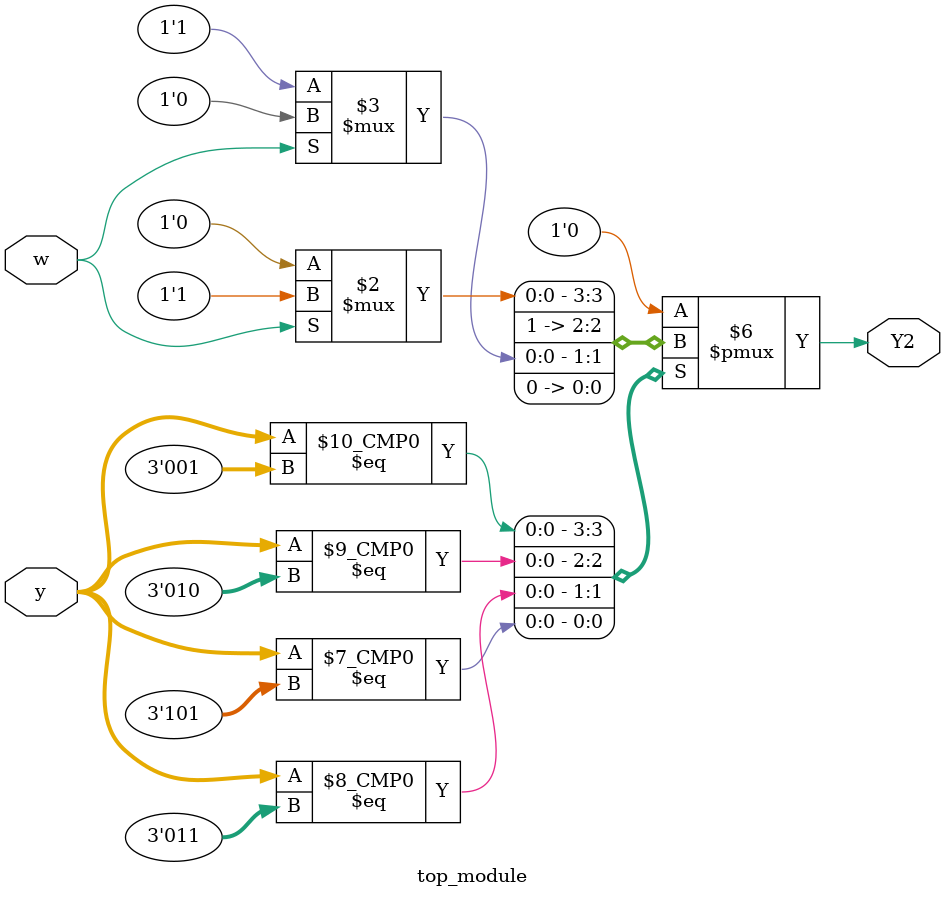
<source format=sv>
module top_module(
    input [3:1] y,
    input w,
    output reg Y2);

    always @(*) begin
        case (y)
            3'b000: Y2 = 1'b0;             // State A: Next state is 0 for both transitions
            3'b001: Y2 = w ? 1'b1 : 1'b0;  // State B: Next state depends on input w
            3'b010: Y2 = 1'b1;             // State C: Next state is 1 for both transitions
            3'b011: Y2 = w ? 1'b0 : 1'b1;  // State D: Next state depends on input w
            3'b100: Y2 = 1'b0;             // State E: Next state is 0 for both transitions
            3'b101: Y2 = w ? 1'b0 : 1'b0;  // State F: Next state is 0 for both transitions (effectively 0 regardless)
            default: Y2 = 1'b0;            // Default case for safety
        endcase
    end
endmodule

</source>
